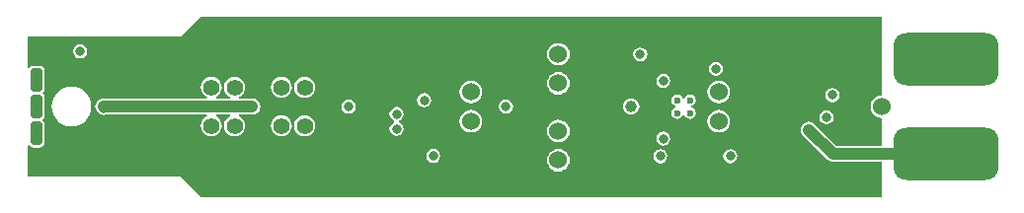
<source format=gbr>
%TF.GenerationSoftware,Altium Limited,Altium Designer,18.1.7 (191)*%
G04 Layer_Physical_Order=2*
G04 Layer_Color=36540*
%FSLAX45Y45*%
%MOMM*%
%TF.FileFunction,Copper,L2,Inr,Signal*%
%TF.Part,Single*%
G01*
G75*
%TA.AperFunction,Conductor*%
%ADD29C,1.00000*%
%TA.AperFunction,ComponentPad*%
%ADD31C,1.40000*%
G04:AMPARAMS|DCode=32|XSize=2mm|YSize=1mm|CornerRadius=0.25mm|HoleSize=0mm|Usage=FLASHONLY|Rotation=90.000|XOffset=0mm|YOffset=0mm|HoleType=Round|Shape=RoundedRectangle|*
%AMROUNDEDRECTD32*
21,1,2.00000,0.50000,0,0,90.0*
21,1,1.50000,1.00000,0,0,90.0*
1,1,0.50000,0.25000,0.75000*
1,1,0.50000,0.25000,-0.75000*
1,1,0.50000,-0.25000,-0.75000*
1,1,0.50000,-0.25000,0.75000*
%
%ADD32ROUNDEDRECTD32*%
G04:AMPARAMS|DCode=33|XSize=9mm|YSize=4.5mm|CornerRadius=1.125mm|HoleSize=0mm|Usage=FLASHONLY|Rotation=0.000|XOffset=0mm|YOffset=0mm|HoleType=Round|Shape=RoundedRectangle|*
%AMROUNDEDRECTD33*
21,1,9.00000,2.25000,0,0,0.0*
21,1,6.75000,4.50000,0,0,0.0*
1,1,2.25000,3.37500,-1.12500*
1,1,2.25000,-3.37500,-1.12500*
1,1,2.25000,-3.37500,1.12500*
1,1,2.25000,3.37500,1.12500*
%
%ADD33ROUNDEDRECTD33*%
%ADD34C,1.52400*%
%TA.AperFunction,ViaPad*%
%ADD35C,0.60000*%
%ADD36C,0.80000*%
%ADD37C,1.00000*%
G36*
X7350000Y897030D02*
X7324887Y893724D01*
X7301485Y884030D01*
X7281390Y868610D01*
X7265969Y848515D01*
X7256276Y825113D01*
X7252970Y800000D01*
X7256276Y774887D01*
X7265969Y751485D01*
X7281390Y731389D01*
X7301485Y715969D01*
X7324887Y706276D01*
X7350000Y702970D01*
Y464604D01*
X6960245D01*
X6774924Y649925D01*
X6760302Y661145D01*
X6743274Y668198D01*
X6725000Y670604D01*
X6706726Y668198D01*
X6689698Y661145D01*
X6675076Y649925D01*
X6663855Y635302D01*
X6656802Y618274D01*
X6654396Y600000D01*
X6656802Y581727D01*
X6663855Y564698D01*
X6675076Y550076D01*
X6881076Y344076D01*
X6895698Y332855D01*
X6912727Y325802D01*
X6931000Y323396D01*
X7350000D01*
Y25488D01*
X1510558Y25488D01*
X1343023Y193022D01*
X1334754Y198548D01*
X1324999Y200488D01*
X25488D01*
Y465242D01*
X38188Y469095D01*
X42557Y462557D01*
X57442Y452611D01*
X75000Y449118D01*
X125000D01*
X142558Y452611D01*
X157443Y462557D01*
X167389Y477442D01*
X170882Y495000D01*
Y645000D01*
X167389Y662558D01*
X157443Y677443D01*
X155637Y678650D01*
Y691350D01*
X157443Y692557D01*
X167389Y707442D01*
X170882Y725000D01*
Y875000D01*
X167389Y892558D01*
X157443Y907443D01*
X155637Y908650D01*
Y921350D01*
X157443Y922557D01*
X167389Y937442D01*
X170882Y955000D01*
Y1105000D01*
X167389Y1122558D01*
X157443Y1137443D01*
X142558Y1147389D01*
X125000Y1150882D01*
X75000D01*
X57442Y1147389D01*
X42557Y1137443D01*
X38188Y1130905D01*
X25488Y1134758D01*
Y1399512D01*
X1324999D01*
X1334754Y1401452D01*
X1343023Y1406977D01*
X1510558Y1574512D01*
X7350000D01*
Y897030D01*
D02*
G37*
%LPC*%
G36*
X475000Y1336175D02*
X451589Y1331519D01*
X431743Y1318257D01*
X418481Y1298411D01*
X413825Y1275000D01*
X418481Y1251589D01*
X431743Y1231743D01*
X451589Y1218481D01*
X475000Y1213825D01*
X498411Y1218481D01*
X518258Y1231743D01*
X531519Y1251589D01*
X536175Y1275000D01*
X531519Y1298411D01*
X518258Y1318257D01*
X498411Y1331519D01*
X475000Y1336175D01*
D02*
G37*
G36*
X5277500Y1308676D02*
X5254089Y1304019D01*
X5234243Y1290758D01*
X5220981Y1270911D01*
X5216325Y1247500D01*
X5220981Y1224089D01*
X5234243Y1204243D01*
X5254089Y1190981D01*
X5277500Y1186325D01*
X5300911Y1190981D01*
X5320757Y1204243D01*
X5334019Y1224089D01*
X5338675Y1247500D01*
X5334019Y1270911D01*
X5320757Y1290758D01*
X5300911Y1304019D01*
X5277500Y1308676D01*
D02*
G37*
G36*
X4575000Y1347030D02*
X4549887Y1343724D01*
X4526485Y1334031D01*
X4506390Y1318611D01*
X4490969Y1298515D01*
X4481276Y1275113D01*
X4477970Y1250000D01*
X4481276Y1224887D01*
X4490969Y1201485D01*
X4506390Y1181390D01*
X4526485Y1165969D01*
X4549887Y1156276D01*
X4575000Y1152970D01*
X4600113Y1156276D01*
X4623515Y1165969D01*
X4643610Y1181390D01*
X4659031Y1201485D01*
X4668724Y1224887D01*
X4672030Y1250000D01*
X4668724Y1275113D01*
X4659031Y1298515D01*
X4643610Y1318611D01*
X4623515Y1334031D01*
X4600113Y1343724D01*
X4575000Y1347030D01*
D02*
G37*
G36*
X5925000Y1186175D02*
X5901589Y1181519D01*
X5881743Y1168258D01*
X5868481Y1148411D01*
X5863825Y1125000D01*
X5868481Y1101589D01*
X5881743Y1081743D01*
X5901589Y1068481D01*
X5925000Y1063825D01*
X5948411Y1068481D01*
X5968258Y1081743D01*
X5981519Y1101589D01*
X5986175Y1125000D01*
X5981519Y1148411D01*
X5968258Y1168258D01*
X5948411Y1181519D01*
X5925000Y1186175D01*
D02*
G37*
G36*
X5475000Y1083676D02*
X5451589Y1079019D01*
X5431743Y1065758D01*
X5418481Y1045911D01*
X5413825Y1022500D01*
X5418481Y999089D01*
X5431743Y979243D01*
X5451589Y965981D01*
X5475000Y961325D01*
X5498411Y965981D01*
X5518257Y979243D01*
X5531519Y999089D01*
X5536175Y1022500D01*
X5531519Y1045911D01*
X5518257Y1065758D01*
X5498411Y1079019D01*
X5475000Y1083676D01*
D02*
G37*
G36*
X4575000Y1097030D02*
X4549887Y1093724D01*
X4526485Y1084031D01*
X4506390Y1068611D01*
X4490969Y1048515D01*
X4481276Y1025113D01*
X4477970Y1000000D01*
X4481276Y974887D01*
X4490969Y951485D01*
X4506390Y931390D01*
X4526485Y915969D01*
X4549887Y906276D01*
X4575000Y902970D01*
X4600113Y906276D01*
X4623515Y915969D01*
X4643610Y931390D01*
X4659031Y951485D01*
X4668724Y974887D01*
X4672030Y1000000D01*
X4668724Y1025113D01*
X4659031Y1048515D01*
X4643610Y1068611D01*
X4623515Y1084031D01*
X4600113Y1093724D01*
X4575000Y1097030D01*
D02*
G37*
G36*
X2400000Y1055776D02*
X2376505Y1052683D01*
X2354612Y1043614D01*
X2335811Y1029188D01*
X2321386Y1010388D01*
X2312317Y988495D01*
X2309224Y965000D01*
X2312317Y941505D01*
X2321386Y919612D01*
X2335811Y900811D01*
X2354612Y886385D01*
X2376505Y877317D01*
X2400000Y874224D01*
X2423495Y877317D01*
X2445388Y886385D01*
X2464189Y900811D01*
X2478615Y919612D01*
X2487683Y941505D01*
X2490776Y965000D01*
X2487683Y988495D01*
X2478615Y1010388D01*
X2464189Y1029188D01*
X2445388Y1043614D01*
X2423495Y1052683D01*
X2400000Y1055776D01*
D02*
G37*
G36*
X2200000D02*
X2176505Y1052683D01*
X2154612Y1043614D01*
X2135811Y1029188D01*
X2121385Y1010388D01*
X2112317Y988495D01*
X2109224Y965000D01*
X2112317Y941505D01*
X2121385Y919612D01*
X2135811Y900811D01*
X2154612Y886385D01*
X2176505Y877317D01*
X2200000Y874224D01*
X2223495Y877317D01*
X2245388Y886385D01*
X2264189Y900811D01*
X2278614Y919612D01*
X2287683Y941505D01*
X2290776Y965000D01*
X2287683Y988495D01*
X2278614Y1010388D01*
X2264189Y1029188D01*
X2245388Y1043614D01*
X2223495Y1052683D01*
X2200000Y1055776D01*
D02*
G37*
G36*
X1800000D02*
X1776505Y1052683D01*
X1754612Y1043614D01*
X1735811Y1029188D01*
X1721385Y1010388D01*
X1712317Y988495D01*
X1709224Y965000D01*
X1712317Y941505D01*
X1721385Y919612D01*
X1735811Y900811D01*
X1754612Y886385D01*
X1762051Y883304D01*
X1759525Y870604D01*
X1640475D01*
X1637949Y883304D01*
X1645388Y886385D01*
X1664189Y900811D01*
X1678615Y919612D01*
X1687683Y941505D01*
X1690776Y965000D01*
X1687683Y988495D01*
X1678615Y1010388D01*
X1664189Y1029188D01*
X1645388Y1043614D01*
X1623495Y1052683D01*
X1600000Y1055776D01*
X1576505Y1052683D01*
X1554612Y1043614D01*
X1535812Y1029188D01*
X1521386Y1010388D01*
X1512317Y988495D01*
X1509224Y965000D01*
X1512317Y941505D01*
X1521386Y919612D01*
X1535812Y900811D01*
X1554612Y886385D01*
X1562051Y883304D01*
X1559525Y870604D01*
X675000D01*
X656726Y868198D01*
X639698Y861145D01*
X625075Y849924D01*
X613855Y835302D01*
X606802Y818273D01*
X604396Y800000D01*
X606802Y781726D01*
X613855Y764698D01*
X625075Y750075D01*
X639698Y738855D01*
X653134Y733290D01*
X656589Y730981D01*
X680000Y726325D01*
X695441Y729396D01*
X1559526D01*
X1562052Y716696D01*
X1554612Y713614D01*
X1535812Y699188D01*
X1521386Y680388D01*
X1512317Y658494D01*
X1509224Y635000D01*
X1512317Y611505D01*
X1521386Y589611D01*
X1535812Y570811D01*
X1554612Y556385D01*
X1576505Y547317D01*
X1600000Y544223D01*
X1623495Y547317D01*
X1645388Y556385D01*
X1664189Y570811D01*
X1678615Y589611D01*
X1687683Y611505D01*
X1690776Y635000D01*
X1687683Y658494D01*
X1678615Y680388D01*
X1664189Y699188D01*
X1645388Y713614D01*
X1637948Y716696D01*
X1640474Y729396D01*
X1759526D01*
X1762052Y716696D01*
X1754612Y713614D01*
X1735811Y699188D01*
X1721385Y680388D01*
X1712317Y658494D01*
X1709224Y635000D01*
X1712317Y611505D01*
X1721385Y589611D01*
X1735811Y570811D01*
X1754612Y556385D01*
X1776505Y547317D01*
X1800000Y544223D01*
X1823495Y547317D01*
X1845388Y556385D01*
X1864189Y570811D01*
X1878614Y589611D01*
X1887683Y611505D01*
X1890776Y635000D01*
X1887683Y658494D01*
X1878614Y680388D01*
X1864189Y699188D01*
X1845388Y713614D01*
X1837948Y716696D01*
X1840474Y729396D01*
X1950000D01*
X1968273Y731802D01*
X1985302Y738855D01*
X1999924Y750075D01*
X2011145Y764698D01*
X2018198Y781726D01*
X2020604Y800000D01*
X2018198Y818273D01*
X2011145Y835302D01*
X1999924Y849924D01*
X1985302Y861145D01*
X1968273Y868198D01*
X1950000Y870604D01*
X1840475D01*
X1837949Y883304D01*
X1845388Y886385D01*
X1864189Y900811D01*
X1878614Y919612D01*
X1887683Y941505D01*
X1890776Y965000D01*
X1887683Y988495D01*
X1878614Y1010388D01*
X1864189Y1029188D01*
X1845388Y1043614D01*
X1823495Y1052683D01*
X1800000Y1055776D01*
D02*
G37*
G36*
X5705000Y905980D02*
X5685491Y902099D01*
X5668952Y891048D01*
X5657901Y874509D01*
X5656474Y867337D01*
X5643526D01*
X5642099Y874509D01*
X5631048Y891048D01*
X5614509Y902099D01*
X5595000Y905980D01*
X5575491Y902099D01*
X5558952Y891048D01*
X5547901Y874509D01*
X5544020Y855000D01*
X5547901Y835491D01*
X5558952Y818952D01*
X5575491Y807901D01*
X5582663Y806474D01*
Y793526D01*
X5575491Y792099D01*
X5558952Y781048D01*
X5547901Y764509D01*
X5544020Y745000D01*
X5547901Y725491D01*
X5558952Y708952D01*
X5575491Y697901D01*
X5595000Y694020D01*
X5614509Y697901D01*
X5631048Y708952D01*
X5642099Y725491D01*
X5643526Y732663D01*
X5656474D01*
X5657901Y725491D01*
X5668952Y708952D01*
X5685491Y697901D01*
X5705000Y694020D01*
X5724509Y697901D01*
X5741048Y708952D01*
X5752099Y725491D01*
X5755980Y745000D01*
X5752099Y764509D01*
X5741048Y781048D01*
X5724509Y792099D01*
X5717337Y793526D01*
Y806474D01*
X5724509Y807901D01*
X5741048Y818952D01*
X5752099Y835491D01*
X5755980Y855000D01*
X5752099Y874509D01*
X5741048Y891048D01*
X5724509Y902099D01*
X5705000Y905980D01*
D02*
G37*
G36*
X6925000Y961175D02*
X6901589Y956519D01*
X6881743Y943257D01*
X6868481Y923411D01*
X6863825Y900000D01*
X6868481Y876589D01*
X6881743Y856743D01*
X6901589Y843481D01*
X6925000Y838825D01*
X6948411Y843481D01*
X6968258Y856743D01*
X6981519Y876589D01*
X6986176Y900000D01*
X6981519Y923411D01*
X6968258Y943257D01*
X6948411Y956519D01*
X6925000Y961175D01*
D02*
G37*
G36*
X5950000Y1022030D02*
X5924887Y1018724D01*
X5901485Y1009030D01*
X5881390Y993610D01*
X5865969Y973515D01*
X5856276Y950113D01*
X5852970Y925000D01*
X5856276Y899887D01*
X5865969Y876485D01*
X5881390Y856389D01*
X5901485Y840969D01*
X5924887Y831276D01*
X5950000Y827970D01*
X5975113Y831276D01*
X5998515Y840969D01*
X6018611Y856389D01*
X6034031Y876485D01*
X6043724Y899887D01*
X6047030Y925000D01*
X6043724Y950113D01*
X6034031Y973515D01*
X6018611Y993610D01*
X5998515Y1009030D01*
X5975113Y1018724D01*
X5950000Y1022030D01*
D02*
G37*
G36*
X3825000D02*
X3799887Y1018724D01*
X3776485Y1009030D01*
X3756389Y993610D01*
X3740969Y973515D01*
X3731276Y950113D01*
X3727970Y925000D01*
X3731276Y899887D01*
X3740969Y876485D01*
X3756389Y856389D01*
X3776485Y840969D01*
X3799887Y831276D01*
X3825000Y827970D01*
X3850113Y831276D01*
X3873515Y840969D01*
X3893610Y856389D01*
X3909031Y876485D01*
X3918724Y899887D01*
X3922030Y925000D01*
X3918724Y950113D01*
X3909031Y973515D01*
X3893610Y993610D01*
X3873515Y1009030D01*
X3850113Y1018724D01*
X3825000Y1022030D01*
D02*
G37*
G36*
X3425000Y916175D02*
X3401589Y911519D01*
X3381743Y898258D01*
X3368481Y878411D01*
X3363825Y855000D01*
X3368481Y831589D01*
X3381743Y811743D01*
X3401589Y798481D01*
X3425000Y793825D01*
X3448411Y798481D01*
X3468257Y811743D01*
X3481519Y831589D01*
X3486175Y855000D01*
X3481519Y878411D01*
X3468257Y898258D01*
X3448411Y911519D01*
X3425000Y916175D01*
D02*
G37*
G36*
X4125000Y861175D02*
X4101589Y856519D01*
X4081742Y843257D01*
X4068481Y823411D01*
X4063824Y800000D01*
X4068481Y776589D01*
X4081742Y756742D01*
X4101589Y743481D01*
X4125000Y738825D01*
X4148411Y743481D01*
X4168257Y756742D01*
X4181519Y776589D01*
X4186175Y800000D01*
X4181519Y823411D01*
X4168257Y843257D01*
X4148411Y856519D01*
X4125000Y861175D01*
D02*
G37*
G36*
X2775000D02*
X2751589Y856519D01*
X2731743Y843257D01*
X2718481Y823411D01*
X2713825Y800000D01*
X2718481Y776589D01*
X2731743Y756742D01*
X2751589Y743481D01*
X2775000Y738825D01*
X2798411Y743481D01*
X2818258Y756742D01*
X2831519Y776589D01*
X2836175Y800000D01*
X2831519Y823411D01*
X2818258Y843257D01*
X2798411Y856519D01*
X2775000Y861175D01*
D02*
G37*
G36*
X5200000Y870604D02*
X5181726Y868198D01*
X5164698Y861145D01*
X5150076Y849924D01*
X5138855Y835302D01*
X5131802Y818273D01*
X5129396Y800000D01*
X5131802Y781726D01*
X5138855Y764698D01*
X5150076Y750075D01*
X5164698Y738855D01*
X5181726Y731802D01*
X5200000Y729396D01*
X5218274Y731802D01*
X5235302Y738855D01*
X5249924Y750075D01*
X5261145Y764698D01*
X5268198Y781726D01*
X5270604Y800000D01*
X5268198Y818273D01*
X5261145Y835302D01*
X5249924Y849924D01*
X5235302Y861145D01*
X5218274Y868198D01*
X5200000Y870604D01*
D02*
G37*
G36*
X6875000Y771175D02*
X6851589Y766519D01*
X6831742Y753257D01*
X6818481Y733411D01*
X6813825Y710000D01*
X6818481Y686589D01*
X6831742Y666742D01*
X6851589Y653481D01*
X6875000Y648824D01*
X6898411Y653481D01*
X6918257Y666742D01*
X6931519Y686589D01*
X6936175Y710000D01*
X6931519Y733411D01*
X6918257Y753257D01*
X6898411Y766519D01*
X6875000Y771175D01*
D02*
G37*
G36*
X400000Y970822D02*
X366674Y967540D01*
X334629Y957819D01*
X305096Y942033D01*
X279210Y920790D01*
X257966Y894904D01*
X242181Y865371D01*
X232460Y833326D01*
X229178Y800000D01*
X232460Y766674D01*
X242181Y734629D01*
X257966Y705096D01*
X279210Y679210D01*
X305096Y657966D01*
X334629Y642181D01*
X366674Y632460D01*
X400000Y629178D01*
X433326Y632460D01*
X465371Y642181D01*
X494904Y657966D01*
X520790Y679210D01*
X542033Y705096D01*
X557819Y734629D01*
X567540Y766674D01*
X570822Y800000D01*
X567540Y833326D01*
X557819Y865371D01*
X542033Y894904D01*
X520790Y920790D01*
X494904Y942033D01*
X465371Y957819D01*
X433326Y967540D01*
X400000Y970822D01*
D02*
G37*
G36*
X5950000Y772030D02*
X5924887Y768724D01*
X5901485Y759030D01*
X5881390Y743610D01*
X5865969Y723515D01*
X5856276Y700113D01*
X5852970Y675000D01*
X5856276Y649887D01*
X5865969Y626485D01*
X5881390Y606389D01*
X5901485Y590969D01*
X5924887Y581276D01*
X5950000Y577970D01*
X5975113Y581276D01*
X5998515Y590969D01*
X6018611Y606389D01*
X6034031Y626485D01*
X6043724Y649887D01*
X6047030Y675000D01*
X6043724Y700113D01*
X6034031Y723515D01*
X6018611Y743610D01*
X5998515Y759030D01*
X5975113Y768724D01*
X5950000Y772030D01*
D02*
G37*
G36*
X3825000D02*
X3799887Y768724D01*
X3776485Y759030D01*
X3756389Y743610D01*
X3740969Y723515D01*
X3731276Y700113D01*
X3727970Y675000D01*
X3731276Y649887D01*
X3740969Y626485D01*
X3756389Y606389D01*
X3776485Y590969D01*
X3799887Y581276D01*
X3825000Y577970D01*
X3850113Y581276D01*
X3873515Y590969D01*
X3893610Y606389D01*
X3909031Y626485D01*
X3918724Y649887D01*
X3922030Y675000D01*
X3918724Y700113D01*
X3909031Y723515D01*
X3893610Y743610D01*
X3873515Y759030D01*
X3850113Y768724D01*
X3825000Y772030D01*
D02*
G37*
G36*
X3188500Y797675D02*
X3165089Y793019D01*
X3145242Y779757D01*
X3131981Y759911D01*
X3127324Y736500D01*
X3131981Y713089D01*
X3145242Y693242D01*
X3165089Y679981D01*
X3167637Y679474D01*
Y666525D01*
X3165089Y666019D01*
X3145242Y652757D01*
X3131981Y632911D01*
X3127324Y609500D01*
X3131981Y586089D01*
X3145242Y566242D01*
X3165089Y552981D01*
X3188500Y548325D01*
X3211911Y552981D01*
X3231757Y566242D01*
X3245019Y586089D01*
X3249675Y609500D01*
X3245019Y632911D01*
X3231757Y652757D01*
X3211911Y666019D01*
X3209363Y666525D01*
Y679474D01*
X3211911Y679981D01*
X3231757Y693242D01*
X3245019Y713089D01*
X3249675Y736500D01*
X3245019Y759911D01*
X3231757Y779757D01*
X3211911Y793019D01*
X3188500Y797675D01*
D02*
G37*
G36*
X2400000Y725776D02*
X2376505Y722683D01*
X2354612Y713614D01*
X2335811Y699188D01*
X2321386Y680388D01*
X2312317Y658494D01*
X2309224Y635000D01*
X2312317Y611505D01*
X2321386Y589611D01*
X2335811Y570811D01*
X2354612Y556385D01*
X2376505Y547317D01*
X2400000Y544223D01*
X2423495Y547317D01*
X2445388Y556385D01*
X2464189Y570811D01*
X2478615Y589611D01*
X2487683Y611505D01*
X2490776Y635000D01*
X2487683Y658494D01*
X2478615Y680388D01*
X2464189Y699188D01*
X2445388Y713614D01*
X2423495Y722683D01*
X2400000Y725776D01*
D02*
G37*
G36*
X2200000D02*
X2176505Y722683D01*
X2154612Y713614D01*
X2135811Y699188D01*
X2121385Y680388D01*
X2112317Y658494D01*
X2109224Y635000D01*
X2112317Y611505D01*
X2121385Y589611D01*
X2135811Y570811D01*
X2154612Y556385D01*
X2176505Y547317D01*
X2200000Y544223D01*
X2223495Y547317D01*
X2245388Y556385D01*
X2264189Y570811D01*
X2278614Y589611D01*
X2287683Y611505D01*
X2290776Y635000D01*
X2287683Y658494D01*
X2278614Y680388D01*
X2264189Y699188D01*
X2245388Y713614D01*
X2223495Y722683D01*
X2200000Y725776D01*
D02*
G37*
G36*
X4575000Y687030D02*
X4549887Y683724D01*
X4526485Y674030D01*
X4506390Y658610D01*
X4490969Y638515D01*
X4481276Y615113D01*
X4477970Y590000D01*
X4481276Y564887D01*
X4490969Y541485D01*
X4506390Y521389D01*
X4526485Y505969D01*
X4549887Y496276D01*
X4575000Y492970D01*
X4600113Y496276D01*
X4623515Y505969D01*
X4643610Y521389D01*
X4659031Y541485D01*
X4668724Y564887D01*
X4672030Y590000D01*
X4668724Y615113D01*
X4659031Y638515D01*
X4643610Y658610D01*
X4623515Y674030D01*
X4600113Y683724D01*
X4575000Y687030D01*
D02*
G37*
G36*
X5475000Y586175D02*
X5451589Y581519D01*
X5431743Y568257D01*
X5418481Y548411D01*
X5413825Y525000D01*
X5418481Y501589D01*
X5431743Y481742D01*
X5451589Y468481D01*
X5475000Y463825D01*
X5498411Y468481D01*
X5518257Y481742D01*
X5531519Y501589D01*
X5536175Y525000D01*
X5531519Y548411D01*
X5518257Y568257D01*
X5498411Y581519D01*
X5475000Y586175D01*
D02*
G37*
G36*
X3502500Y438675D02*
X3479089Y434019D01*
X3459243Y420757D01*
X3445981Y400911D01*
X3441325Y377500D01*
X3445981Y354089D01*
X3459243Y334242D01*
X3479089Y320981D01*
X3502500Y316324D01*
X3525911Y320981D01*
X3545758Y334242D01*
X3559019Y354089D01*
X3563676Y377500D01*
X3559019Y400911D01*
X3545758Y420757D01*
X3525911Y434019D01*
X3502500Y438675D01*
D02*
G37*
G36*
X6050000Y436175D02*
X6026589Y431519D01*
X6006743Y418257D01*
X5993481Y398411D01*
X5988825Y375000D01*
X5993481Y351589D01*
X6006743Y331743D01*
X6026589Y318481D01*
X6050000Y313825D01*
X6073411Y318481D01*
X6093258Y331743D01*
X6106519Y351589D01*
X6111175Y375000D01*
X6106519Y398411D01*
X6093258Y418257D01*
X6073411Y431519D01*
X6050000Y436175D01*
D02*
G37*
G36*
X5450000D02*
X5426589Y431519D01*
X5406743Y418257D01*
X5393481Y398411D01*
X5388825Y375000D01*
X5393481Y351589D01*
X5406743Y331743D01*
X5426589Y318481D01*
X5450000Y313825D01*
X5473411Y318481D01*
X5493257Y331743D01*
X5506519Y351589D01*
X5511175Y375000D01*
X5506519Y398411D01*
X5493257Y418257D01*
X5473411Y431519D01*
X5450000Y436175D01*
D02*
G37*
G36*
X4575000Y437030D02*
X4549887Y433724D01*
X4526485Y424030D01*
X4506390Y408610D01*
X4490969Y388515D01*
X4481276Y365113D01*
X4477970Y340000D01*
X4481276Y314887D01*
X4490969Y291485D01*
X4506390Y271389D01*
X4526485Y255969D01*
X4549887Y246276D01*
X4575000Y242970D01*
X4600113Y246276D01*
X4623515Y255969D01*
X4643610Y271389D01*
X4659031Y291485D01*
X4668724Y314887D01*
X4672030Y340000D01*
X4668724Y365113D01*
X4659031Y388515D01*
X4643610Y408610D01*
X4623515Y424030D01*
X4600113Y433724D01*
X4575000Y437030D01*
D02*
G37*
%LPD*%
D29*
X6931000Y394000D02*
X7900000D01*
X6725000Y600000D02*
X6931000Y394000D01*
X675000Y800000D02*
X1950000D01*
D31*
X2400000Y965000D02*
D03*
X2200000D02*
D03*
X1800000D02*
D03*
X1600000D02*
D03*
Y635000D02*
D03*
X1800000D02*
D03*
X2200000D02*
D03*
X2400000D02*
D03*
D32*
X100000Y570000D02*
D03*
Y800000D02*
D03*
Y1030000D02*
D03*
D33*
X7900000Y394000D02*
D03*
Y1206000D02*
D03*
D34*
X7350000Y800000D02*
D03*
X3825000Y675000D02*
D03*
Y925000D02*
D03*
X4575000Y1250000D02*
D03*
Y1000000D02*
D03*
Y590000D02*
D03*
Y340000D02*
D03*
X5950000Y925000D02*
D03*
Y675000D02*
D03*
D35*
X5595000Y745000D02*
D03*
Y855000D02*
D03*
X5705000Y745000D02*
D03*
Y855000D02*
D03*
D36*
X6875000Y710000D02*
D03*
X6925000Y900000D02*
D03*
X6725000Y600000D02*
D03*
X3502500Y377500D02*
D03*
X475000Y1275000D02*
D03*
X6050000Y375000D02*
D03*
X3425000Y855000D02*
D03*
X4125000Y800000D02*
D03*
X2775000D02*
D03*
X5925000Y1125000D02*
D03*
X5475000Y1022500D02*
D03*
Y525000D02*
D03*
X5277500Y1247500D02*
D03*
X5450000Y375000D02*
D03*
X680000Y787500D02*
D03*
X1950000Y800000D02*
D03*
X3188500Y736500D02*
D03*
Y609500D02*
D03*
D37*
X5200000Y800000D02*
D03*
%TF.MD5,797fee0fd8e94fb120ca83a9852e37b4*%
M02*

</source>
